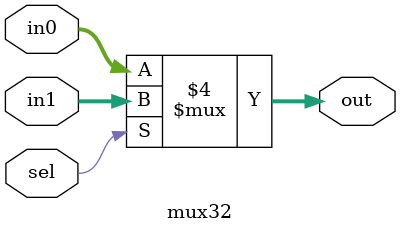
<source format=v>
module mux32(out, in0, in1, sel);
    output reg  [31:0] out;
    input [31:0] in0;
    input [31:0] in1;
	input sel;

  	always @(sel or in0 or in1)
    begin
      if (sel==0)
            out = in0;
      else
            out = in1;
    end
endmodule

</source>
